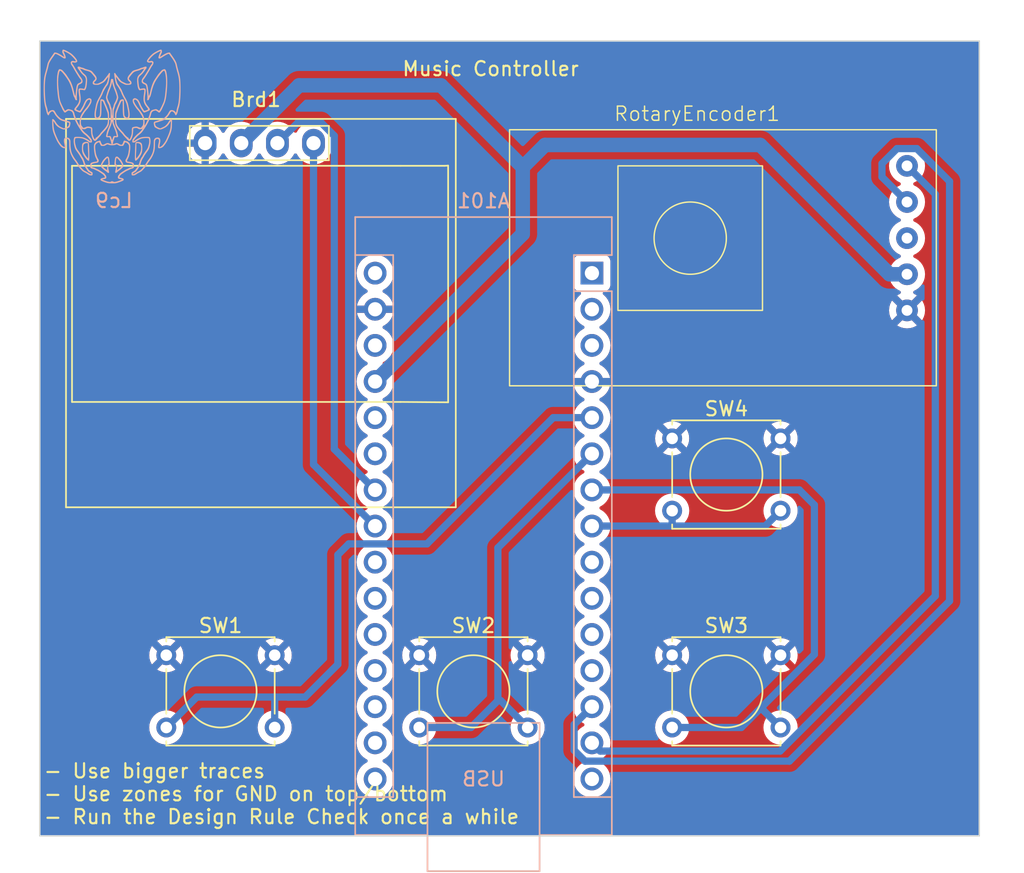
<source format=kicad_pcb>
(kicad_pcb (version 20221018) (generator pcbnew)
  (layers (0 "F.Cu" signal) (31 "B.Cu" signal) (34 "B.Paste" user) (35 "F.Paste" user) (36 "B.SilkS" user "B.Silkscreen") (37 "F.SilkS" user "F.Silkscreen") (38 "B.Mask" user) (39 "F.Mask" user) (44 "Edge.Cuts" user))
  (net 0 "")
  (net 4 "GND")
  (net 5 "Net-(A101-D2)")
  (net 6 "Net-(A101-D3)")
  (net 7 "Net-(A101-D4)")
  (net 8 "Net-(A101-D5)")
  (net 13 "/Rot_{DT}")
  (net 14 "/Rot_{CLK}")
  (net 23 "Net-(A101-A4)")
  (net 24 "Net-(A101-A5)")
  (net 30 "+5V")
  (footprint "myBibli:128x64OLED" (layer "F.Cu") (at 66.04 73.66)
    (fp_text reference "Brd1" (at -0.04 -13.66) (layer "F.SilkS"))
    (fp_text value "SSD1306")
    (pad "1" thru_hole oval (at -3.62 -10.6 90) (size 2 1.6) (drill 1) (layers "*.Cu" "*.Mask") (net 4 "GND"))
    (pad "2" thru_hole oval (at -1.08 -10.6 90) (size 2 1.6) (drill 1) (layers "*.Cu" "*.Mask") (net 30 "+5V"))
    (pad "3" thru_hole oval (at 1.46 -10.6 90) (size 2 1.6) (drill 1) (layers "*.Cu" "*.Mask") (net 24 "Net-(A101-A5)"))
    (pad "4" thru_hole oval (at 4 -10.6 90) (size 2 1.6) (drill 1) (layers "*.Cu" "*.Mask") (net 23 "Net-(A101-A4)"))
  )
  (footprint "Button_Switch_THT:SW_Tactile_Straight_KSL0Axx1LFTR" (layer "F.Cu") (at 95.25 99.06)
    (fp_text reference "SW3" (at 3.81 -2.08) (layer "F.SilkS"))
    (fp_text value "SW_Push")
    (pad "1" thru_hole circle (at 0 0) (size 1.397 1.397) (drill 0.8128) (layers "*.Cu" "*.Mask") (net 4 "GND"))
    (pad "1" thru_hole circle (at 7.62 0) (size 1.397 1.397) (drill 0.8128) (layers "*.Cu" "*.Mask") (net 4 "GND"))
    (pad "2" thru_hole circle (at 0 5.08) (size 1.397 1.397) (drill 0.8128) (layers "*.Cu" "*.Mask") (net 7 "Net-(A101-D4)"))
    (pad "2" thru_hole circle (at 7.62 5.08) (size 1.397 1.397) (drill 0.8128) (layers "*.Cu" "*.Mask") (net 7 "Net-(A101-D4)"))
  )
  (footprint "Button_Switch_THT:SW_Tactile_Straight_KSL0Axx1LFTR" (layer "F.Cu") (at 59.69 99.06)
    (fp_text reference "SW1" (at 3.81 -2.08) (layer "F.SilkS"))
    (fp_text value "SW_Push")
    (pad "1" thru_hole circle (at 0 0) (size 1.397 1.397) (drill 0.8128) (layers "*.Cu" "*.Mask") (net 4 "GND"))
    (pad "1" thru_hole circle (at 7.62 0) (size 1.397 1.397) (drill 0.8128) (layers "*.Cu" "*.Mask") (net 4 "GND"))
    (pad "2" thru_hole circle (at 0 5.08) (size 1.397 1.397) (drill 0.8128) (layers "*.Cu" "*.Mask") (net 5 "Net-(A101-D2)"))
    (pad "2" thru_hole circle (at 7.62 5.08) (size 1.397 1.397) (drill 0.8128) (layers "*.Cu" "*.Mask") (net 5 "Net-(A101-D2)"))
  )
  (footprint "Button_Switch_THT:SW_Tactile_Straight_KSL0Axx1LFTR" (layer "F.Cu") (at 77.47 99.06)
    (fp_text reference "SW2" (at 3.81 -2.08) (layer "F.SilkS"))
    (fp_text value "SW_Push")
    (pad "1" thru_hole circle (at 0 0) (size 1.397 1.397) (drill 0.8128) (layers "*.Cu" "*.Mask") (net 4 "GND"))
    (pad "1" thru_hole circle (at 7.62 0) (size 1.397 1.397) (drill 0.8128) (layers "*.Cu" "*.Mask") (net 4 "GND"))
    (pad "2" thru_hole circle (at 0 5.08) (size 1.397 1.397) (drill 0.8128) (layers "*.Cu" "*.Mask") (net 6 "Net-(A101-D3)"))
    (pad "2" thru_hole circle (at 7.62 5.08) (size 1.397 1.397) (drill 0.8128) (layers "*.Cu" "*.Mask") (net 6 "Net-(A101-D3)"))
  )
  (footprint "Button_Switch_THT:SW_Tactile_Straight_KSL0Axx1LFTR" (layer "F.Cu") (at 95.25 83.82)
    (fp_text reference "SW4" (at 3.81 -2.08) (layer "F.SilkS"))
    (fp_text value "SW_Push")
    (pad "1" thru_hole circle (at 0 0) (size 1.397 1.397) (drill 0.8128) (layers "*.Cu" "*.Mask") (net 4 "GND"))
    (pad "1" thru_hole circle (at 7.62 0) (size 1.397 1.397) (drill 0.8128) (layers "*.Cu" "*.Mask") (net 4 "GND"))
    (pad "2" thru_hole circle (at 0 5.08) (size 1.397 1.397) (drill 0.8128) (layers "*.Cu" "*.Mask") (net 8 "Net-(A101-D5)"))
    (pad "2" thru_hole circle (at 7.62 5.08) (size 1.397 1.397) (drill 0.8128) (layers "*.Cu" "*.Mask") (net 8 "Net-(A101-D5)"))
  )
  (footprint "myBibli:RotaryEncoder" (layer "F.Cu") (at 104.14 69.74)
    (fp_text reference "RotaryEncoder1" (at -7.14 -8.74 unlocked) (layer "F.SilkS") (effects (font (thickness 0.1))))
    (fp_text value "~")
    (pad "1" thru_hole circle (at 7.62 -5.08) (size 1.524 1.524) (drill 0.762) (layers "*.Cu" "*.Mask") (net 14 "/Rot_{CLK}"))
    (pad "2" thru_hole circle (at 7.62 -2.54) (size 1.524 1.524) (drill 0.762) (layers "*.Cu" "*.Mask") (net 13 "/Rot_{DT}"))
    (pad "3" thru_hole circle (at 7.62 0) (size 1.524 1.524) (drill 0.762) (layers "*.Cu" "*.Mask"))
    (pad "4" thru_hole circle (at 7.62 2.54) (size 1.524 1.524) (drill 0.762) (layers "*.Cu" "*.Mask") (net 30 "+5V"))
    (pad "5" thru_hole circle (at 7.62 5.08) (size 1.524 1.524) (drill 0.762) (layers "*.Cu" "*.Mask") (net 4 "GND"))
  )
  (footprint "myBibli:LOGO" (layer "B.Cu") (at 55.88 60.96 180)
    (fp_text reference "G***" hide)
    (fp_text value "LOGO" hide)
  )
  (footprint "Module:Arduino_Nano" (layer "B.Cu") (at 89.61 72.2 180)
    (fp_text reference "A101" (at 7.62 5.08) (layer "B.SilkS") (effects (justify mirror)))
    (fp_text value "Arduino_Nano_v3.x")
    (fp_text user "USB" (at 7.62 -35.56 unlocked) (layer "B.SilkS") (effects (justify mirror)))
    (pad "1" thru_hole rect (at 0 0 180) (size 1.6 1.6) (drill 1) (layers "*.Cu" "*.Mask"))
    (pad "2" thru_hole oval (at 0 -2.54 180) (size 1.6 1.6) (drill 1) (layers "*.Cu" "*.Mask"))
    (pad "3" thru_hole oval (at 0 -5.08 180) (size 1.6 1.6) (drill 1) (layers "*.Cu" "*.Mask"))
    (pad "4" thru_hole oval (at 0 -7.62 180) (size 1.6 1.6) (drill 1) (layers "*.Cu" "*.Mask") (net 4 "GND"))
    (pad "5" thru_hole oval (at 0 -10.16 180) (size 1.6 1.6) (drill 1) (layers "*.Cu" "*.Mask") (net 5 "Net-(A101-D2)"))
    (pad "6" thru_hole oval (at 0 -12.7 180) (size 1.6 1.6) (drill 1) (layers "*.Cu" "*.Mask") (net 6 "Net-(A101-D3)"))
    (pad "7" thru_hole oval (at 0 -15.24 180) (size 1.6 1.6) (drill 1) (layers "*.Cu" "*.Mask") (net 7 "Net-(A101-D4)"))
    (pad "8" thru_hole oval (at 0 -17.78 180) (size 1.6 1.6) (drill 1) (layers "*.Cu" "*.Mask") (net 8 "Net-(A101-D5)"))
    (pad "9" thru_hole oval (at 0 -20.32 180) (size 1.6 1.6) (drill 1) (layers "*.Cu" "*.Mask"))
    (pad "10" thru_hole oval (at 0 -22.86 180) (size 1.6 1.6) (drill 1) (layers "*.Cu" "*.Mask"))
    (pad "11" thru_hole oval (at 0 -25.4 180) (size 1.6 1.6) (drill 1) (layers "*.Cu" "*.Mask"))
    (pad "12" thru_hole oval (at 0 -27.94 180) (size 1.6 1.6) (drill 1) (layers "*.Cu" "*.Mask"))
    (pad "13" thru_hole oval (at 0 -30.48 180) (size 1.6 1.6) (drill 1) (layers "*.Cu" "*.Mask") (net 13 "/Rot_{DT}"))
    (pad "14" thru_hole oval (at 0 -33.02 180) (size 1.6 1.6) (drill 1) (layers "*.Cu" "*.Mask") (net 14 "/Rot_{CLK}"))
    (pad "15" thru_hole oval (at 0 -35.56 180) (size 1.6 1.6) (drill 1) (layers "*.Cu" "*.Mask"))
    (pad "16" thru_hole oval (at 15.24 -35.56 180) (size 1.6 1.6) (drill 1) (layers "*.Cu" "*.Mask"))
    (pad "17" thru_hole oval (at 15.24 -33.02 180) (size 1.6 1.6) (drill 1) (layers "*.Cu" "*.Mask"))
    (pad "18" thru_hole oval (at 15.24 -30.48 180) (size 1.6 1.6) (drill 1) (layers "*.Cu" "*.Mask"))
    (pad "19" thru_hole oval (at 15.24 -27.94 180) (size 1.6 1.6) (drill 1) (layers "*.Cu" "*.Mask"))
    (pad "20" thru_hole oval (at 15.24 -25.4 180) (size 1.6 1.6) (drill 1) (layers "*.Cu" "*.Mask"))
    (pad "21" thru_hole oval (at 15.24 -22.86 180) (size 1.6 1.6) (drill 1) (layers "*.Cu" "*.Mask"))
    (pad "22" thru_hole oval (at 15.24 -20.32 180) (size 1.6 1.6) (drill 1) (layers "*.Cu" "*.Mask"))
    (pad "23" thru_hole oval (at 15.24 -17.78 180) (size 1.6 1.6) (drill 1) (layers "*.Cu" "*.Mask") (net 23 "Net-(A101-A4)"))
    (pad "24" thru_hole oval (at 15.24 -15.24 180) (size 1.6 1.6) (drill 1) (layers "*.Cu" "*.Mask") (net 24 "Net-(A101-A5)"))
    (pad "25" thru_hole oval (at 15.24 -12.7 180) (size 1.6 1.6) (drill 1) (layers "*.Cu" "*.Mask"))
    (pad "26" thru_hole oval (at 15.24 -10.16 180) (size 1.6 1.6) (drill 1) (layers "*.Cu" "*.Mask"))
    (pad "27" thru_hole oval (at 15.24 -7.62 180) (size 1.6 1.6) (drill 1) (layers "*.Cu" "*.Mask") (net 30 "+5V"))
    (pad "28" thru_hole oval (at 15.24 -5.08 180) (size 1.6 1.6) (drill 1) (layers "*.Cu" "*.Mask"))
    (pad "29" thru_hole oval (at 15.24 -2.54 180) (size 1.6 1.6) (drill 1) (layers "*.Cu" "*.Mask") (net 4 "GND"))
    (pad "30" thru_hole oval (at 15.24 0 180) (size 1.6 1.6) (drill 1) (layers "*.Cu" "*.Mask"))
  )
  (gr_rect (start 50.8 55.88) (end 116.84 111.76) (stroke (width 0.1)) (fill none) (layer "Edge.Cuts"))
  (gr_text "Lc9\n" (at 57.414876 67.686775) (layer "B.SilkS") (effects (font (size 1 1)) (justify left bottom mirror)))
  (gr_text "Music Controller\n" (at 76.2 58.42) (layer "F.SilkS") (effects (font (size 1 1)) (justify left bottom)))
  (gr_text "- Use bigger traces\n- Use zones for GND on top/bottom\n- Run the Design Rule Check once a while\n" (at 51 111) (layer "F.SilkS") (effects (font (size 1 1)) (justify left bottom)))
  (segment (start 67.25 102) (end 68.25 102) (width 0.508) (layer "B.Cu") (net 5))
  (segment (start 61.83 102) (end 67.25 102) (width 0.508) (layer "B.Cu") (net 5))
  (segment (start 71.75 99.7) (end 71.75 92) (width 0.508) (layer "B.Cu") (net 5))
  (segment (start 72.516 91.234) (end 78.016 91.234) (width 0.508) (layer "B.Cu") (net 5))
  (segment (start 67.31 104.14) (end 67.31 102.06) (width 0.508) (layer "B.Cu") (net 5))
  (segment (start 68.25 102) (end 68.75 102) (width 0.508) (layer "B.Cu") (net 5))
  (segment (start 67.31 102.06) (end 67.25 102) (width 0.508) (layer "B.Cu") (net 5))
  (segment (start 71.75 92) (end 72.516 91.234) (width 0.508) (layer "B.Cu") (net 5))
  (segment (start 69.45 102) (end 71.75 99.7) (width 0.508) (layer "B.Cu") (net 5))
  (segment (start 78.016 91.234) (end 86.89 82.36) (width 0.508) (layer "B.Cu") (net 5))
  (segment (start 59.69 104.14) (end 61.83 102) (width 0.508) (layer "B.Cu") (net 5))
  (segment (start 68.25 102) (end 69.45 102) (width 0.508) (layer "B.Cu") (net 5))
  (segment (start 86.89 82.36) (end 89.61 82.36) (width 0.508) (layer "B.Cu") (net 5))
  (segment (start 77.47 104.14) (end 81.11 104.14) (width 0.508) (layer "B.Cu") (net 6))
  (segment (start 81.11 104.14) (end 83 102.25) (width 0.508) (layer "B.Cu") (net 6))
  (segment (start 83.2 102.25) (end 85.09 104.14) (width 0.508) (layer "B.Cu") (net 6))
  (segment (start 83 102.25) (end 83.2 102.25) (width 0.508) (layer "B.Cu") (net 6))
  (segment (start 83 91.51) (end 89.61 84.9) (width 0.508) (layer "B.Cu") (net 6))
  (segment (start 83 102.25) (end 83 91.51) (width 0.508) (layer "B.Cu") (net 6))
  (segment (start 101.625 102.625) (end 105.25 99) (width 0.508) (layer "B.Cu") (net 7))
  (segment (start 98.75 104.14) (end 100.11 104.14) (width 0.508) (layer "B.Cu") (net 7))
  (segment (start 105.25 88.5) (end 104.19 87.44) (width 0.508) (layer "B.Cu") (net 7))
  (segment (start 101.625 102.895) (end 102.87 104.14) (width 0.508) (layer "B.Cu") (net 7))
  (segment (start 101.625 102.625) (end 101.625 102.895) (width 0.508) (layer "B.Cu") (net 7))
  (segment (start 104.19 87.44) (end 89.61 87.44) (width 0.508) (layer "B.Cu") (net 7))
  (segment (start 98.75 104.14) (end 95.25 104.14) (width 0.508) (layer "B.Cu") (net 7))
  (segment (start 100.11 104.14) (end 101.625 102.625) (width 0.508) (layer "B.Cu") (net 7))
  (segment (start 105.25 99) (end 105.25 88.5) (width 0.508) (layer "B.Cu") (net 7))
  (segment (start 95.25 88.9) (end 95.25 89.98) (width 0.508) (layer "B.Cu") (net 8))
  (segment (start 101.79 89.98) (end 102.87 88.9) (width 0.508) (layer "B.Cu") (net 8))
  (segment (start 95.25 89.98) (end 101.79 89.98) (width 0.508) (layer "B.Cu") (net 8))
  (segment (start 89.61 89.98) (end 95.25 89.98) (width 0.508) (layer "B.Cu") (net 8))
  (segment (start 110 64.5) (end 111.056 63.444) (width 0.508) (layer "B.Cu") (net 13))
  (segment (start 110 64.5) (end 110 65.44) (width 0.508) (layer "B.Cu") (net 13))
  (segment (start 88.356 105.739424) (end 89.122576 106.506) (width 0.508) (layer "B.Cu") (net 13))
  (segment (start 114.75 65.75) (end 112.444 63.444) (width 0.508) (layer "B.Cu") (net 13))
  (segment (start 111.056 63.444) (end 112.444 63.444) (width 0.508) (layer "B.Cu") (net 13))
  (segment (start 89.122576 106.506) (end 103.494 106.506) (width 0.508) (layer "B.Cu") (net 13))
  (segment (start 89.61 102.68) (end 88.356 103.934) (width 0.508) (layer "B.Cu") (net 13))
  (segment (start 103.494 106.506) (end 114.75 95.25) (width 0.508) (layer "B.Cu") (net 13))
  (segment (start 110 65.44) (end 111.76 67.2) (width 0.508) (layer "B.Cu") (net 13))
  (segment (start 88.356 103.934) (end 88.356 105.739424) (width 0.508) (layer "B.Cu") (net 13))
  (segment (start 114.75 95.25) (end 114.75 65.75) (width 0.508) (layer "B.Cu") (net 13))
  (segment (start 90.188 105.798) (end 89.61 105.22) (width 0.508) (layer "B.Cu") (net 14))
  (segment (start 113.75 66.65) (end 113.75 94.889882) (width 0.508) (layer "B.Cu") (net 14))
  (segment (start 113.75 94.889882) (end 102.841882 105.798) (width 0.508) (layer "B.Cu") (net 14))
  (segment (start 111.76 64.66) (end 113.75 66.65) (width 0.508) (layer "B.Cu") (net 14))
  (segment (start 102.841882 105.798) (end 90.188 105.798) (width 0.508) (layer "B.Cu") (net 14))
  (segment (start 70.04 85.65) (end 74.37 89.98) (width 0.508) (layer "B.Cu") (net 23))
  (segment (start 70.04 63.06) (end 70.04 85.65) (width 0.508) (layer "B.Cu") (net 23))
  (segment (start 71.5 84.57) (end 74.37 87.44) (width 0.508) (layer "B.Cu") (net 24))
  (segment (start 71.5 62.546576) (end 71.5 84.57) (width 0.508) (layer "B.Cu") (net 24))
  (segment (start 67.5 63.06) (end 68.954 61.606) (width 0.508) (layer "B.Cu") (net 24))
  (segment (start 68.954 61.606) (end 70.559424 61.606) (width 0.508) (layer "B.Cu") (net 24))
  (segment (start 70.559424 61.606) (end 71.5 62.546576) (width 0.508) (layer "B.Cu") (net 24))
  (segment (start 110.53 72.28) (end 111.76 72.28) (width 1.016) (layer "B.Cu") (net 30))
  (segment (start 84.75 64.75) (end 86.31 63.19) (width 1.016) (layer "B.Cu") (net 30))
  (segment (start 79 59) (end 84.75 64.75) (width 1.016) (layer "B.Cu") (net 30))
  (segment (start 84.75 69.44) (end 84.75 64.75) (width 1.016) (layer "B.Cu") (net 30))
  (segment (start 64.96 63.06) (end 69.02 59) (width 1.016) (layer "B.Cu") (net 30))
  (segment (start 86.31 63.19) (end 101.44 63.19) (width 1.016) (layer "B.Cu") (net 30))
  (segment (start 101.44 63.19) (end 110.53 72.28) (width 1.016) (layer "B.Cu") (net 30))
  (segment (start 69.02 59) (end 79 59) (width 1.016) (layer "B.Cu") (net 30))
  (segment (start 74.37 79.82) (end 84.75 69.44) (width 1.016) (layer "B.Cu") (net 30))
  (zone (net 4) (net_name "GND") (layers "F&B.Cu") (connect_pads (clearance 0.5)) (min_thickness 0.25) (fill yes (thermal_gap 0.5) (thermal_bridge_width 0.5))
    (polygon (pts (xy 49 114) (xy 120 114) (xy 120 53) (xy 48 53)))
  )
)
</source>
